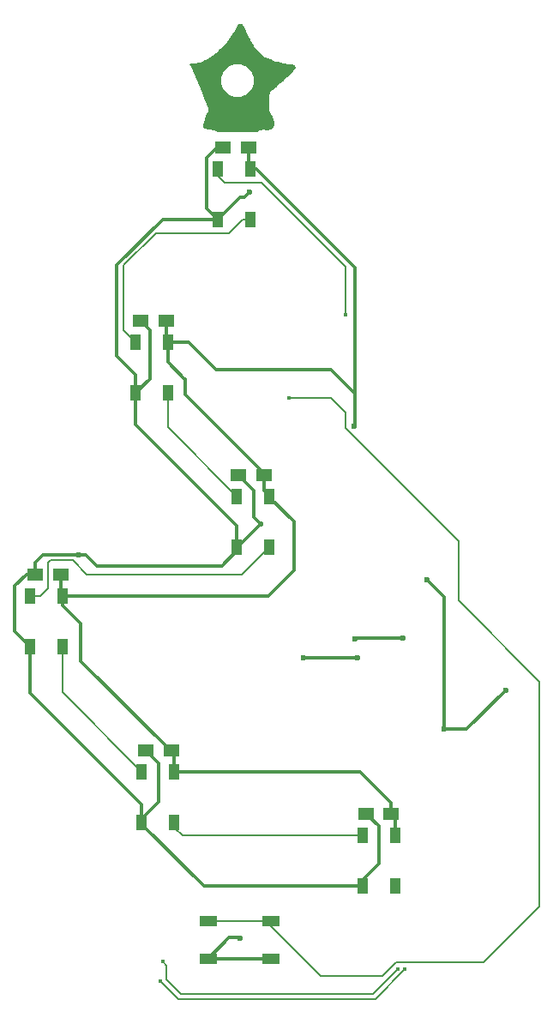
<source format=gbr>
G04 #@! TF.FileFunction,Copper,L1,Top,Signal*
%FSLAX46Y46*%
G04 Gerber Fmt 4.6, Leading zero omitted, Abs format (unit mm)*
G04 Created by KiCad (PCBNEW 4.0.6+dfsg1-1) date Mon Jun 11 19:18:17 2018*
%MOMM*%
%LPD*%
G01*
G04 APERTURE LIST*
%ADD10C,0.100000*%
%ADD11R,1.800000X1.100000*%
%ADD12R,1.000000X1.600000*%
%ADD13R,1.500000X1.250000*%
%ADD14C,0.600000*%
%ADD15C,0.400000*%
%ADD16C,0.300000*%
%ADD17C,0.150000*%
%ADD18C,0.250000*%
G04 APERTURE END LIST*
D10*
D11*
X165302000Y-126674000D03*
X171502000Y-126674000D03*
X165302000Y-130374000D03*
X171502000Y-130374000D03*
D12*
X169450500Y-52427500D03*
X166250500Y-52427500D03*
X169450500Y-57427500D03*
X166250500Y-57427500D03*
X161322500Y-69572500D03*
X158122500Y-69572500D03*
X161322500Y-74572500D03*
X158122500Y-74572500D03*
X171355500Y-84749000D03*
X168155500Y-84749000D03*
X171355500Y-89749000D03*
X168155500Y-89749000D03*
X150908500Y-94591500D03*
X147708500Y-94591500D03*
X150908500Y-99591500D03*
X147708500Y-99591500D03*
X161957500Y-111927000D03*
X158757500Y-111927000D03*
X161957500Y-116927000D03*
X158757500Y-116927000D03*
X183738000Y-118213500D03*
X180538000Y-118213500D03*
X183738000Y-123213500D03*
X180538000Y-123213500D03*
D13*
X166791000Y-50292000D03*
X169291000Y-50292000D03*
X158663000Y-67437000D03*
X161163000Y-67437000D03*
X168315000Y-82677000D03*
X170815000Y-82677000D03*
X148249000Y-92456000D03*
X150749000Y-92456000D03*
X159171000Y-109855000D03*
X161671000Y-109855000D03*
X180888000Y-116078000D03*
X183388000Y-116078000D03*
D14*
X174721200Y-100660200D03*
X180055200Y-100711000D03*
X184551000Y-98742500D03*
X179788500Y-98806000D03*
X168422000Y-128397000D03*
X194711000Y-103886000D03*
X188615000Y-107759500D03*
X186900500Y-92964000D03*
X152547000Y-90551000D03*
X170504800Y-87503000D03*
X169374500Y-54737000D03*
X179725000Y-77851000D03*
D15*
X184741500Y-131445000D03*
X160611500Y-132588000D03*
X160802000Y-130683000D03*
X184043000Y-131445000D03*
X173248000Y-75057000D03*
X178899500Y-66802000D03*
D16*
X180004400Y-100660200D02*
X174721200Y-100660200D01*
X180055200Y-100711000D02*
X180004400Y-100660200D01*
X179852000Y-98742500D02*
X184551000Y-98742500D01*
X179788500Y-98806000D02*
X179852000Y-98742500D01*
X167342500Y-128333500D02*
X168358500Y-128333500D01*
X165302000Y-130374000D02*
X167342500Y-128333500D01*
X168358500Y-128333500D02*
X168422000Y-128397000D01*
X188615000Y-107759500D02*
X190837500Y-107759500D01*
X190837500Y-107759500D02*
X194711000Y-103886000D01*
X171502000Y-130374000D02*
X165302000Y-130374000D01*
X188615000Y-94678500D02*
X188615000Y-107759500D01*
X186900500Y-92964000D02*
X188615000Y-94678500D01*
X166675750Y-91598750D02*
X154293250Y-91598750D01*
X154293250Y-91598750D02*
X153245500Y-90551000D01*
X153245500Y-90551000D02*
X152547000Y-90551000D01*
X148249000Y-91293000D02*
X148249000Y-92456000D01*
X152547000Y-90551000D02*
X148991000Y-90551000D01*
X148991000Y-90551000D02*
X148249000Y-91293000D01*
X148249000Y-92456000D02*
X147340000Y-92456000D01*
X147340000Y-92456000D02*
X146197000Y-93599000D01*
X146197000Y-93599000D02*
X146197000Y-98080000D01*
X146197000Y-98080000D02*
X147708500Y-99591500D01*
X180538000Y-123213500D02*
X180538000Y-122631000D01*
X180538000Y-122631000D02*
X182138000Y-121031000D01*
X182138000Y-117328000D02*
X180888000Y-116078000D01*
X182138000Y-121031000D02*
X182138000Y-117328000D01*
X158757500Y-116927000D02*
X158757500Y-116598500D01*
X158757500Y-116598500D02*
X160421000Y-114935000D01*
X160421000Y-111105000D02*
X159171000Y-109855000D01*
X160421000Y-114935000D02*
X160421000Y-111105000D01*
X168315000Y-82677000D02*
X168315000Y-82697000D01*
X168315000Y-82697000D02*
X169819000Y-84201000D01*
X169819000Y-84201000D02*
X169819000Y-86817200D01*
X169819000Y-86817200D02*
X170504800Y-87503000D01*
X158663000Y-67437000D02*
X158663000Y-67457000D01*
X158663000Y-67457000D02*
X159532000Y-68326000D01*
X159532000Y-68326000D02*
X159532000Y-73163000D01*
X159532000Y-73163000D02*
X158122500Y-74572500D01*
X166791000Y-50292000D02*
X166136000Y-50292000D01*
X166136000Y-50292000D02*
X165120000Y-51308000D01*
X165120000Y-51308000D02*
X165120000Y-56297000D01*
X165120000Y-56297000D02*
X166250500Y-57427500D01*
X168315000Y-82550000D02*
X168315000Y-82570000D01*
X158663000Y-67310000D02*
X158663000Y-67584000D01*
X168155500Y-89749000D02*
X168208000Y-89749000D01*
X168208000Y-89749000D02*
X170454000Y-87503000D01*
X170454000Y-87503000D02*
X170504800Y-87503000D01*
X166250500Y-57427500D02*
X160803900Y-57427500D01*
X156293500Y-70929500D02*
X158122500Y-72758500D01*
X158122500Y-72758500D02*
X158122500Y-74572500D01*
X156293500Y-61937900D02*
X156293500Y-70929500D01*
X160803900Y-57427500D02*
X156293500Y-61937900D01*
X168155500Y-89749000D02*
X168155500Y-90119000D01*
X168155500Y-90119000D02*
X166675750Y-91598750D01*
X166675750Y-91598750D02*
X166644000Y-91630500D01*
X158757500Y-116927000D02*
X158757500Y-117081500D01*
X158757500Y-117081500D02*
X164889500Y-123213500D01*
X164889500Y-123213500D02*
X180538000Y-123213500D01*
X147708500Y-99591500D02*
X147708500Y-104127500D01*
X158757500Y-115176500D02*
X158757500Y-116927000D01*
X147708500Y-104127500D02*
X158757500Y-115176500D01*
X168155500Y-89749000D02*
X168155500Y-89865000D01*
X158122500Y-74572500D02*
X158122500Y-77648000D01*
X158122500Y-77648000D02*
X168155500Y-87681000D01*
X168155500Y-87681000D02*
X168155500Y-89749000D01*
X168433000Y-55245000D02*
X166250500Y-57427500D01*
X168866500Y-55245000D02*
X168433000Y-55245000D01*
X169374500Y-54737000D02*
X168866500Y-55245000D01*
X150749000Y-92456000D02*
X150749000Y-94432000D01*
X150749000Y-94432000D02*
X150908500Y-94591500D01*
X161957500Y-111927000D02*
X180273000Y-111927000D01*
X183388000Y-115042000D02*
X183388000Y-116078000D01*
X180273000Y-111927000D02*
X183388000Y-115042000D01*
X183738000Y-118213500D02*
X183738000Y-116428000D01*
X183738000Y-116428000D02*
X183388000Y-116078000D01*
X161671000Y-109855000D02*
X161564000Y-109855000D01*
X161564000Y-109855000D02*
X152737500Y-101028500D01*
X152737500Y-101028500D02*
X152737500Y-97345500D01*
X161957500Y-111927000D02*
X161957500Y-110141500D01*
X161957500Y-110141500D02*
X161671000Y-109855000D01*
X170815000Y-82677000D02*
X170815000Y-82530000D01*
X170815000Y-82530000D02*
X163024500Y-74739500D01*
X162961000Y-73152000D02*
X163024500Y-73215500D01*
X161322500Y-71513500D02*
X162961000Y-73152000D01*
X161322500Y-69572500D02*
X161322500Y-71513500D01*
X163024500Y-74739500D02*
X163024500Y-73215500D01*
X170815000Y-82677000D02*
X170815000Y-84208500D01*
X170815000Y-84208500D02*
X171355500Y-84749000D01*
X161163000Y-67437000D02*
X161163000Y-69413000D01*
X161163000Y-69413000D02*
X161322500Y-69572500D01*
X169291000Y-50292000D02*
X169291000Y-52268000D01*
X169291000Y-52268000D02*
X169450500Y-52427500D01*
X170815000Y-82550000D02*
X170454000Y-82550000D01*
X171355500Y-83090500D02*
X170815000Y-82550000D01*
X161163000Y-69413000D02*
X161322500Y-69572500D01*
X169291000Y-52268000D02*
X169450500Y-52427500D01*
X161322500Y-69572500D02*
X163382000Y-69572500D01*
X177439000Y-72263000D02*
X179788500Y-74612500D01*
X166072500Y-72263000D02*
X177439000Y-72263000D01*
X163382000Y-69572500D02*
X166072500Y-72263000D01*
X179788500Y-77787500D02*
X179788500Y-74612500D01*
X179725000Y-77851000D02*
X179788500Y-77787500D01*
X170049500Y-52427500D02*
X169450500Y-52427500D01*
X179788500Y-62166500D02*
X170049500Y-52427500D01*
X179788500Y-74612500D02*
X179788500Y-62166500D01*
X150908500Y-94591500D02*
X150908500Y-95516500D01*
X150908500Y-95516500D02*
X152737500Y-97345500D01*
X171355500Y-84749000D02*
X171355500Y-84848500D01*
X171355500Y-84848500D02*
X173756000Y-87249000D01*
X173756000Y-87249000D02*
X173756000Y-92075000D01*
X173756000Y-92075000D02*
X171239500Y-94591500D01*
X171239500Y-94591500D02*
X150908500Y-94591500D01*
D17*
X181820500Y-134366000D02*
X162389500Y-134366000D01*
X184741500Y-131445000D02*
X181820500Y-134366000D01*
X160611500Y-132588000D02*
X162389500Y-134366000D01*
X183979500Y-131508500D02*
X184043000Y-131445000D01*
X162643500Y-133921500D02*
X161183000Y-132461000D01*
X161183000Y-132461000D02*
X161183000Y-131064000D01*
X161183000Y-131064000D02*
X160802000Y-130683000D01*
X162770500Y-133921500D02*
X181566500Y-133921500D01*
X181566500Y-133921500D02*
X183979500Y-131508500D01*
X162770500Y-133921500D02*
X162643500Y-133921500D01*
X171502000Y-127159000D02*
X176423000Y-132080000D01*
X190012000Y-95059500D02*
X190012000Y-89789000D01*
X198013000Y-103060500D02*
X190012000Y-95059500D01*
X198013000Y-125222000D02*
X198013000Y-103060500D01*
X192488500Y-130746500D02*
X198013000Y-125222000D01*
X183852500Y-130746500D02*
X192488500Y-130746500D01*
X182519000Y-132080000D02*
X183852500Y-130746500D01*
X176423000Y-132080000D02*
X182519000Y-132080000D01*
X190012000Y-89154000D02*
X190012000Y-89789000D01*
X178899500Y-78041500D02*
X190012000Y-89154000D01*
X178899500Y-76517500D02*
X178899500Y-78041500D01*
X177439000Y-75057000D02*
X178899500Y-76517500D01*
X173248000Y-75057000D02*
X177439000Y-75057000D01*
X171502000Y-126674000D02*
X171502000Y-127159000D01*
X165302000Y-126674000D02*
X171502000Y-126674000D01*
X170581000Y-53784500D02*
X178899500Y-62103000D01*
X166898000Y-53784500D02*
X170581000Y-53784500D01*
X166898000Y-53784500D02*
X166250500Y-53137000D01*
X178899500Y-62103000D02*
X178899500Y-66802000D01*
X166250500Y-52427500D02*
X166250500Y-53137000D01*
X169450500Y-57427500D02*
X168677900Y-57427500D01*
X156941200Y-68391200D02*
X158122500Y-69572500D01*
X156941200Y-61961954D02*
X156941200Y-68391200D01*
X160121877Y-58781277D02*
X156941200Y-61961954D01*
X167324123Y-58781277D02*
X160121877Y-58781277D01*
X168677900Y-57427500D02*
X167324123Y-58781277D01*
X161322500Y-74572500D02*
X161322500Y-77916000D01*
X161322500Y-77916000D02*
X168155500Y-84749000D01*
X161957500Y-116927000D02*
X161957500Y-117424000D01*
X161957500Y-117424000D02*
X162747000Y-118213500D01*
X162747000Y-118213500D02*
X180538000Y-118213500D01*
X150908500Y-99591500D02*
X150908500Y-104078000D01*
X150908500Y-104078000D02*
X158757500Y-111927000D01*
X147708500Y-94591500D02*
X148760500Y-94591500D01*
X168648500Y-92456000D02*
X171355500Y-89749000D01*
X153309000Y-92456000D02*
X168648500Y-92456000D01*
X151912000Y-91059000D02*
X153309000Y-92456000D01*
X149753000Y-91059000D02*
X151912000Y-91059000D01*
X149499000Y-91313000D02*
X149753000Y-91059000D01*
X149499000Y-93853000D02*
X149499000Y-91313000D01*
X148760500Y-94591500D02*
X149499000Y-93853000D01*
X171355500Y-89749000D02*
X171355500Y-89293500D01*
D18*
G36*
X168733089Y-38454269D02*
X168783971Y-38589854D01*
X168786438Y-38593829D01*
X168787295Y-38598428D01*
X168883215Y-38838128D01*
X168886148Y-38842634D01*
X168887264Y-38847891D01*
X168999297Y-39108850D01*
X169002825Y-39113986D01*
X169004294Y-39120042D01*
X169132035Y-39395402D01*
X169136347Y-39401308D01*
X169138311Y-39408352D01*
X169281352Y-39691192D01*
X169286688Y-39698003D01*
X169289345Y-39706242D01*
X169447276Y-39989702D01*
X169453996Y-39997605D01*
X169457650Y-40007311D01*
X169630064Y-40284521D01*
X169638682Y-40293721D01*
X169643806Y-40305239D01*
X169830295Y-40569288D01*
X169841537Y-40579963D01*
X169848843Y-40593640D01*
X170048997Y-40837660D01*
X170063919Y-40849912D01*
X170074508Y-40866059D01*
X170287921Y-41083169D01*
X170307970Y-41096816D01*
X170323473Y-41115465D01*
X170549734Y-41298775D01*
X170576684Y-41312962D01*
X170599277Y-41333383D01*
X170837981Y-41476013D01*
X170859482Y-41483673D01*
X170877944Y-41497094D01*
X171124061Y-41610634D01*
X171133311Y-41612857D01*
X171141246Y-41618107D01*
X171388458Y-41719187D01*
X171396908Y-41720828D01*
X171404270Y-41725287D01*
X171650237Y-41814587D01*
X171657877Y-41815757D01*
X171664626Y-41819521D01*
X171907005Y-41897821D01*
X171914048Y-41898642D01*
X171920347Y-41901890D01*
X172156793Y-41969790D01*
X172163141Y-41970320D01*
X172168889Y-41973072D01*
X172397064Y-42031372D01*
X172402864Y-42031684D01*
X172408167Y-42034050D01*
X172625727Y-42083450D01*
X172631035Y-42083593D01*
X172635937Y-42085637D01*
X172840539Y-42126837D01*
X172845410Y-42126848D01*
X172849948Y-42128622D01*
X173039252Y-42162322D01*
X173043736Y-42162232D01*
X173047944Y-42163776D01*
X173219606Y-42190676D01*
X173223606Y-42190512D01*
X173227389Y-42191822D01*
X173379068Y-42212722D01*
X173383046Y-42212485D01*
X173386837Y-42213720D01*
X173516189Y-42229120D01*
X173519576Y-42228856D01*
X173522819Y-42229856D01*
X173627504Y-42240656D01*
X173633033Y-42240137D01*
X173638384Y-42241638D01*
X173666362Y-42243799D01*
X173686039Y-42259169D01*
X173721929Y-42289372D01*
X173757777Y-42322238D01*
X173774986Y-42339733D01*
X173545194Y-42707400D01*
X173450260Y-42799933D01*
X173252411Y-42986773D01*
X173035620Y-43187060D01*
X172806906Y-43394944D01*
X172573529Y-43604461D01*
X172341992Y-43810289D01*
X172119629Y-44006396D01*
X171912541Y-44187811D01*
X171728545Y-44348112D01*
X171573355Y-44482689D01*
X171454439Y-44585423D01*
X171378425Y-44650833D01*
X171351524Y-44673889D01*
X171342473Y-44685411D01*
X171330226Y-44693439D01*
X171291549Y-44750234D01*
X171249085Y-44804290D01*
X171245133Y-44818396D01*
X171236888Y-44830503D01*
X171222887Y-44897792D01*
X171204345Y-44963968D01*
X171206091Y-44978510D01*
X171203107Y-44992852D01*
X171202189Y-45097232D01*
X171202189Y-45097236D01*
X171201272Y-45201613D01*
X171200354Y-45305998D01*
X171199435Y-45410378D01*
X171199435Y-45410382D01*
X171198517Y-45514762D01*
X171198517Y-45514763D01*
X171197599Y-45619152D01*
X171195763Y-45827912D01*
X171195763Y-45827913D01*
X171194845Y-45932302D01*
X171193927Y-46036682D01*
X171193009Y-46141059D01*
X171192090Y-46245449D01*
X171192090Y-46245452D01*
X171191172Y-46349832D01*
X171191172Y-46349837D01*
X171190255Y-46454222D01*
X171188419Y-46662982D01*
X171193380Y-46689124D01*
X171191228Y-46715645D01*
X171208711Y-46769901D01*
X171219339Y-46825901D01*
X171233926Y-46848152D01*
X171242087Y-46873480D01*
X171311315Y-46997804D01*
X171461370Y-47294475D01*
X171601469Y-47635000D01*
X171629755Y-47770463D01*
X171648376Y-48040461D01*
X171645822Y-48062132D01*
X171639831Y-48099065D01*
X171633011Y-48131253D01*
X171625491Y-48159433D01*
X171617370Y-48184309D01*
X171608679Y-48206503D01*
X171599180Y-48227089D01*
X171588632Y-48246819D01*
X171576799Y-48266164D01*
X171562802Y-48286391D01*
X171546382Y-48307751D01*
X171527263Y-48330266D01*
X171514466Y-48344112D01*
X171506732Y-48350893D01*
X171503462Y-48352957D01*
X171489081Y-48359567D01*
X171462311Y-48368674D01*
X171423448Y-48378594D01*
X171373647Y-48388631D01*
X171315164Y-48398672D01*
X171268071Y-48406333D01*
X171142253Y-48416874D01*
X170980324Y-48416005D01*
X170791216Y-48410172D01*
X170785790Y-48411078D01*
X170780399Y-48409976D01*
X170594448Y-48408976D01*
X170574689Y-48412796D01*
X170554683Y-48410626D01*
X170475614Y-48417626D01*
X170429555Y-48431102D01*
X170381891Y-48436728D01*
X170319961Y-48456828D01*
X170262314Y-48489087D01*
X170202260Y-48516581D01*
X170156310Y-48549781D01*
X170103905Y-48606174D01*
X170049904Y-48661072D01*
X170045094Y-48668400D01*
X166240033Y-48668400D01*
X166214062Y-48638554D01*
X166175429Y-48585798D01*
X166159995Y-48576420D01*
X166148140Y-48562796D01*
X166089609Y-48533651D01*
X166033714Y-48499687D01*
X165865332Y-48438288D01*
X165820131Y-48431303D01*
X165776877Y-48416429D01*
X165539556Y-48384229D01*
X165530153Y-48384808D01*
X165521118Y-48382136D01*
X165261285Y-48358376D01*
X165038091Y-48325809D01*
X164915315Y-48286004D01*
X164911031Y-48282474D01*
X164902461Y-48255970D01*
X164907488Y-48082540D01*
X164961074Y-47816617D01*
X165051636Y-47518456D01*
X165158719Y-47230067D01*
X165260840Y-46986478D01*
X165336585Y-46819874D01*
X165366055Y-46758552D01*
X165367037Y-46754732D01*
X165369347Y-46751538D01*
X165372169Y-46739670D01*
X165377034Y-46732221D01*
X165388507Y-46671220D01*
X165407345Y-46597948D01*
X165406791Y-46594044D01*
X165407703Y-46590207D01*
X165405880Y-46578856D01*
X165407686Y-46569252D01*
X165394020Y-46504110D01*
X165384031Y-46433768D01*
X165383131Y-46432245D01*
X165382996Y-46431291D01*
X165381596Y-46427291D01*
X165381507Y-46427140D01*
X165381401Y-46426480D01*
X165381115Y-46425711D01*
X165379181Y-46422571D01*
X165379146Y-46422293D01*
X165376146Y-46413293D01*
X165375484Y-46412132D01*
X165375059Y-46409849D01*
X165373059Y-46404849D01*
X165372983Y-46404732D01*
X165372833Y-46403734D01*
X165369233Y-46393734D01*
X165368310Y-46392201D01*
X165368029Y-46390432D01*
X165363929Y-46379332D01*
X165313618Y-46242985D01*
X165313363Y-46242568D01*
X165313285Y-46242086D01*
X165234385Y-46029736D01*
X165234089Y-46029256D01*
X165233998Y-46028698D01*
X165130685Y-45752848D01*
X165130338Y-45752288D01*
X165130230Y-45751639D01*
X165006633Y-45424659D01*
X165006220Y-45423997D01*
X165006089Y-45423227D01*
X164866332Y-45057487D01*
X164865831Y-45056691D01*
X164865670Y-45055767D01*
X164713881Y-44663647D01*
X164713266Y-44662679D01*
X164713063Y-44661551D01*
X164553367Y-44255401D01*
X164552588Y-44254189D01*
X164552324Y-44252776D01*
X164462863Y-44029618D01*
X166422701Y-44029618D01*
X166684763Y-44663858D01*
X167169590Y-45149531D01*
X167803371Y-45412700D01*
X168489618Y-45413299D01*
X169123858Y-45151237D01*
X169609531Y-44666410D01*
X169872700Y-44032629D01*
X169873299Y-43346382D01*
X169611237Y-42712142D01*
X169126410Y-42226469D01*
X168492629Y-41963300D01*
X167806382Y-41962701D01*
X167172142Y-42224763D01*
X166686469Y-42709590D01*
X166423300Y-43343371D01*
X166422701Y-44029618D01*
X164462863Y-44029618D01*
X164388845Y-43844986D01*
X164387833Y-43843433D01*
X164387477Y-43841616D01*
X164224343Y-43444556D01*
X164222975Y-43442496D01*
X164222472Y-43440076D01*
X164063806Y-43066106D01*
X164061854Y-43063238D01*
X164061094Y-43059855D01*
X163911024Y-42721344D01*
X163908017Y-42717075D01*
X163906751Y-42712012D01*
X163769675Y-42421929D01*
X163703237Y-42280127D01*
X163686593Y-42257513D01*
X163676362Y-42231362D01*
X163580962Y-42082281D01*
X163574108Y-42075150D01*
X163574929Y-42075078D01*
X163685649Y-42074296D01*
X163829173Y-42082515D01*
X163840689Y-42080902D01*
X163852086Y-42083208D01*
X164023655Y-42083768D01*
X164054148Y-42077806D01*
X164085171Y-42079495D01*
X164268494Y-42053295D01*
X164291626Y-42045156D01*
X164316106Y-42043687D01*
X164509184Y-41993087D01*
X164527024Y-41984411D01*
X164546630Y-41981402D01*
X164747465Y-41908402D01*
X164761219Y-41900064D01*
X164776889Y-41896444D01*
X164983484Y-41803344D01*
X164994404Y-41795552D01*
X165007259Y-41791726D01*
X165217613Y-41680696D01*
X165226487Y-41673490D01*
X165237255Y-41669653D01*
X165449372Y-41542883D01*
X165456770Y-41536195D01*
X165465999Y-41532417D01*
X165677878Y-41392107D01*
X165684208Y-41385829D01*
X165692315Y-41382112D01*
X165901961Y-41230461D01*
X165907532Y-41224459D01*
X165914842Y-41220766D01*
X166120254Y-41059966D01*
X166125287Y-41054114D01*
X166132046Y-41050390D01*
X166331227Y-40882650D01*
X166335918Y-40876784D01*
X166342368Y-40872932D01*
X166533318Y-40700421D01*
X166537804Y-40694393D01*
X166544119Y-40690317D01*
X166724842Y-40515247D01*
X166729267Y-40508846D01*
X166735650Y-40504393D01*
X166904147Y-40328962D01*
X166908650Y-40321920D01*
X166915316Y-40316874D01*
X167069587Y-40143274D01*
X167074305Y-40135225D01*
X167081492Y-40129279D01*
X167219539Y-39959710D01*
X167223234Y-39952732D01*
X167229130Y-39947479D01*
X167355596Y-39779978D01*
X167357788Y-39775444D01*
X167361471Y-39772006D01*
X167482115Y-39604226D01*
X167484008Y-39600065D01*
X167487283Y-39596876D01*
X167601780Y-39430326D01*
X167603419Y-39426512D01*
X167606336Y-39423560D01*
X167714366Y-39259770D01*
X167715789Y-39256275D01*
X167718395Y-39253544D01*
X167819634Y-39094064D01*
X167820883Y-39090837D01*
X167823232Y-39088295D01*
X167917361Y-38934636D01*
X167918459Y-38931657D01*
X167920579Y-38929295D01*
X168007269Y-38783005D01*
X168008241Y-38780245D01*
X168010167Y-38778039D01*
X168089097Y-38640639D01*
X168089958Y-38638085D01*
X168091705Y-38636033D01*
X168162555Y-38509063D01*
X168163322Y-38506691D01*
X168164916Y-38504774D01*
X168227366Y-38389764D01*
X168228048Y-38387567D01*
X168229501Y-38385782D01*
X168283231Y-38284272D01*
X168283847Y-38282210D01*
X168285189Y-38280528D01*
X168300979Y-38249965D01*
X168337663Y-38248695D01*
X168575751Y-38240451D01*
X168733089Y-38454269D01*
X168733089Y-38454269D01*
G37*
X168733089Y-38454269D02*
X168783971Y-38589854D01*
X168786438Y-38593829D01*
X168787295Y-38598428D01*
X168883215Y-38838128D01*
X168886148Y-38842634D01*
X168887264Y-38847891D01*
X168999297Y-39108850D01*
X169002825Y-39113986D01*
X169004294Y-39120042D01*
X169132035Y-39395402D01*
X169136347Y-39401308D01*
X169138311Y-39408352D01*
X169281352Y-39691192D01*
X169286688Y-39698003D01*
X169289345Y-39706242D01*
X169447276Y-39989702D01*
X169453996Y-39997605D01*
X169457650Y-40007311D01*
X169630064Y-40284521D01*
X169638682Y-40293721D01*
X169643806Y-40305239D01*
X169830295Y-40569288D01*
X169841537Y-40579963D01*
X169848843Y-40593640D01*
X170048997Y-40837660D01*
X170063919Y-40849912D01*
X170074508Y-40866059D01*
X170287921Y-41083169D01*
X170307970Y-41096816D01*
X170323473Y-41115465D01*
X170549734Y-41298775D01*
X170576684Y-41312962D01*
X170599277Y-41333383D01*
X170837981Y-41476013D01*
X170859482Y-41483673D01*
X170877944Y-41497094D01*
X171124061Y-41610634D01*
X171133311Y-41612857D01*
X171141246Y-41618107D01*
X171388458Y-41719187D01*
X171396908Y-41720828D01*
X171404270Y-41725287D01*
X171650237Y-41814587D01*
X171657877Y-41815757D01*
X171664626Y-41819521D01*
X171907005Y-41897821D01*
X171914048Y-41898642D01*
X171920347Y-41901890D01*
X172156793Y-41969790D01*
X172163141Y-41970320D01*
X172168889Y-41973072D01*
X172397064Y-42031372D01*
X172402864Y-42031684D01*
X172408167Y-42034050D01*
X172625727Y-42083450D01*
X172631035Y-42083593D01*
X172635937Y-42085637D01*
X172840539Y-42126837D01*
X172845410Y-42126848D01*
X172849948Y-42128622D01*
X173039252Y-42162322D01*
X173043736Y-42162232D01*
X173047944Y-42163776D01*
X173219606Y-42190676D01*
X173223606Y-42190512D01*
X173227389Y-42191822D01*
X173379068Y-42212722D01*
X173383046Y-42212485D01*
X173386837Y-42213720D01*
X173516189Y-42229120D01*
X173519576Y-42228856D01*
X173522819Y-42229856D01*
X173627504Y-42240656D01*
X173633033Y-42240137D01*
X173638384Y-42241638D01*
X173666362Y-42243799D01*
X173686039Y-42259169D01*
X173721929Y-42289372D01*
X173757777Y-42322238D01*
X173774986Y-42339733D01*
X173545194Y-42707400D01*
X173450260Y-42799933D01*
X173252411Y-42986773D01*
X173035620Y-43187060D01*
X172806906Y-43394944D01*
X172573529Y-43604461D01*
X172341992Y-43810289D01*
X172119629Y-44006396D01*
X171912541Y-44187811D01*
X171728545Y-44348112D01*
X171573355Y-44482689D01*
X171454439Y-44585423D01*
X171378425Y-44650833D01*
X171351524Y-44673889D01*
X171342473Y-44685411D01*
X171330226Y-44693439D01*
X171291549Y-44750234D01*
X171249085Y-44804290D01*
X171245133Y-44818396D01*
X171236888Y-44830503D01*
X171222887Y-44897792D01*
X171204345Y-44963968D01*
X171206091Y-44978510D01*
X171203107Y-44992852D01*
X171202189Y-45097232D01*
X171202189Y-45097236D01*
X171201272Y-45201613D01*
X171200354Y-45305998D01*
X171199435Y-45410378D01*
X171199435Y-45410382D01*
X171198517Y-45514762D01*
X171198517Y-45514763D01*
X171197599Y-45619152D01*
X171195763Y-45827912D01*
X171195763Y-45827913D01*
X171194845Y-45932302D01*
X171193927Y-46036682D01*
X171193009Y-46141059D01*
X171192090Y-46245449D01*
X171192090Y-46245452D01*
X171191172Y-46349832D01*
X171191172Y-46349837D01*
X171190255Y-46454222D01*
X171188419Y-46662982D01*
X171193380Y-46689124D01*
X171191228Y-46715645D01*
X171208711Y-46769901D01*
X171219339Y-46825901D01*
X171233926Y-46848152D01*
X171242087Y-46873480D01*
X171311315Y-46997804D01*
X171461370Y-47294475D01*
X171601469Y-47635000D01*
X171629755Y-47770463D01*
X171648376Y-48040461D01*
X171645822Y-48062132D01*
X171639831Y-48099065D01*
X171633011Y-48131253D01*
X171625491Y-48159433D01*
X171617370Y-48184309D01*
X171608679Y-48206503D01*
X171599180Y-48227089D01*
X171588632Y-48246819D01*
X171576799Y-48266164D01*
X171562802Y-48286391D01*
X171546382Y-48307751D01*
X171527263Y-48330266D01*
X171514466Y-48344112D01*
X171506732Y-48350893D01*
X171503462Y-48352957D01*
X171489081Y-48359567D01*
X171462311Y-48368674D01*
X171423448Y-48378594D01*
X171373647Y-48388631D01*
X171315164Y-48398672D01*
X171268071Y-48406333D01*
X171142253Y-48416874D01*
X170980324Y-48416005D01*
X170791216Y-48410172D01*
X170785790Y-48411078D01*
X170780399Y-48409976D01*
X170594448Y-48408976D01*
X170574689Y-48412796D01*
X170554683Y-48410626D01*
X170475614Y-48417626D01*
X170429555Y-48431102D01*
X170381891Y-48436728D01*
X170319961Y-48456828D01*
X170262314Y-48489087D01*
X170202260Y-48516581D01*
X170156310Y-48549781D01*
X170103905Y-48606174D01*
X170049904Y-48661072D01*
X170045094Y-48668400D01*
X166240033Y-48668400D01*
X166214062Y-48638554D01*
X166175429Y-48585798D01*
X166159995Y-48576420D01*
X166148140Y-48562796D01*
X166089609Y-48533651D01*
X166033714Y-48499687D01*
X165865332Y-48438288D01*
X165820131Y-48431303D01*
X165776877Y-48416429D01*
X165539556Y-48384229D01*
X165530153Y-48384808D01*
X165521118Y-48382136D01*
X165261285Y-48358376D01*
X165038091Y-48325809D01*
X164915315Y-48286004D01*
X164911031Y-48282474D01*
X164902461Y-48255970D01*
X164907488Y-48082540D01*
X164961074Y-47816617D01*
X165051636Y-47518456D01*
X165158719Y-47230067D01*
X165260840Y-46986478D01*
X165336585Y-46819874D01*
X165366055Y-46758552D01*
X165367037Y-46754732D01*
X165369347Y-46751538D01*
X165372169Y-46739670D01*
X165377034Y-46732221D01*
X165388507Y-46671220D01*
X165407345Y-46597948D01*
X165406791Y-46594044D01*
X165407703Y-46590207D01*
X165405880Y-46578856D01*
X165407686Y-46569252D01*
X165394020Y-46504110D01*
X165384031Y-46433768D01*
X165383131Y-46432245D01*
X165382996Y-46431291D01*
X165381596Y-46427291D01*
X165381507Y-46427140D01*
X165381401Y-46426480D01*
X165381115Y-46425711D01*
X165379181Y-46422571D01*
X165379146Y-46422293D01*
X165376146Y-46413293D01*
X165375484Y-46412132D01*
X165375059Y-46409849D01*
X165373059Y-46404849D01*
X165372983Y-46404732D01*
X165372833Y-46403734D01*
X165369233Y-46393734D01*
X165368310Y-46392201D01*
X165368029Y-46390432D01*
X165363929Y-46379332D01*
X165313618Y-46242985D01*
X165313363Y-46242568D01*
X165313285Y-46242086D01*
X165234385Y-46029736D01*
X165234089Y-46029256D01*
X165233998Y-46028698D01*
X165130685Y-45752848D01*
X165130338Y-45752288D01*
X165130230Y-45751639D01*
X165006633Y-45424659D01*
X165006220Y-45423997D01*
X165006089Y-45423227D01*
X164866332Y-45057487D01*
X164865831Y-45056691D01*
X164865670Y-45055767D01*
X164713881Y-44663647D01*
X164713266Y-44662679D01*
X164713063Y-44661551D01*
X164553367Y-44255401D01*
X164552588Y-44254189D01*
X164552324Y-44252776D01*
X164462863Y-44029618D01*
X166422701Y-44029618D01*
X166684763Y-44663858D01*
X167169590Y-45149531D01*
X167803371Y-45412700D01*
X168489618Y-45413299D01*
X169123858Y-45151237D01*
X169609531Y-44666410D01*
X169872700Y-44032629D01*
X169873299Y-43346382D01*
X169611237Y-42712142D01*
X169126410Y-42226469D01*
X168492629Y-41963300D01*
X167806382Y-41962701D01*
X167172142Y-42224763D01*
X166686469Y-42709590D01*
X166423300Y-43343371D01*
X166422701Y-44029618D01*
X164462863Y-44029618D01*
X164388845Y-43844986D01*
X164387833Y-43843433D01*
X164387477Y-43841616D01*
X164224343Y-43444556D01*
X164222975Y-43442496D01*
X164222472Y-43440076D01*
X164063806Y-43066106D01*
X164061854Y-43063238D01*
X164061094Y-43059855D01*
X163911024Y-42721344D01*
X163908017Y-42717075D01*
X163906751Y-42712012D01*
X163769675Y-42421929D01*
X163703237Y-42280127D01*
X163686593Y-42257513D01*
X163676362Y-42231362D01*
X163580962Y-42082281D01*
X163574108Y-42075150D01*
X163574929Y-42075078D01*
X163685649Y-42074296D01*
X163829173Y-42082515D01*
X163840689Y-42080902D01*
X163852086Y-42083208D01*
X164023655Y-42083768D01*
X164054148Y-42077806D01*
X164085171Y-42079495D01*
X164268494Y-42053295D01*
X164291626Y-42045156D01*
X164316106Y-42043687D01*
X164509184Y-41993087D01*
X164527024Y-41984411D01*
X164546630Y-41981402D01*
X164747465Y-41908402D01*
X164761219Y-41900064D01*
X164776889Y-41896444D01*
X164983484Y-41803344D01*
X164994404Y-41795552D01*
X165007259Y-41791726D01*
X165217613Y-41680696D01*
X165226487Y-41673490D01*
X165237255Y-41669653D01*
X165449372Y-41542883D01*
X165456770Y-41536195D01*
X165465999Y-41532417D01*
X165677878Y-41392107D01*
X165684208Y-41385829D01*
X165692315Y-41382112D01*
X165901961Y-41230461D01*
X165907532Y-41224459D01*
X165914842Y-41220766D01*
X166120254Y-41059966D01*
X166125287Y-41054114D01*
X166132046Y-41050390D01*
X166331227Y-40882650D01*
X166335918Y-40876784D01*
X166342368Y-40872932D01*
X166533318Y-40700421D01*
X166537804Y-40694393D01*
X166544119Y-40690317D01*
X166724842Y-40515247D01*
X166729267Y-40508846D01*
X166735650Y-40504393D01*
X166904147Y-40328962D01*
X166908650Y-40321920D01*
X166915316Y-40316874D01*
X167069587Y-40143274D01*
X167074305Y-40135225D01*
X167081492Y-40129279D01*
X167219539Y-39959710D01*
X167223234Y-39952732D01*
X167229130Y-39947479D01*
X167355596Y-39779978D01*
X167357788Y-39775444D01*
X167361471Y-39772006D01*
X167482115Y-39604226D01*
X167484008Y-39600065D01*
X167487283Y-39596876D01*
X167601780Y-39430326D01*
X167603419Y-39426512D01*
X167606336Y-39423560D01*
X167714366Y-39259770D01*
X167715789Y-39256275D01*
X167718395Y-39253544D01*
X167819634Y-39094064D01*
X167820883Y-39090837D01*
X167823232Y-39088295D01*
X167917361Y-38934636D01*
X167918459Y-38931657D01*
X167920579Y-38929295D01*
X168007269Y-38783005D01*
X168008241Y-38780245D01*
X168010167Y-38778039D01*
X168089097Y-38640639D01*
X168089958Y-38638085D01*
X168091705Y-38636033D01*
X168162555Y-38509063D01*
X168163322Y-38506691D01*
X168164916Y-38504774D01*
X168227366Y-38389764D01*
X168228048Y-38387567D01*
X168229501Y-38385782D01*
X168283231Y-38284272D01*
X168283847Y-38282210D01*
X168285189Y-38280528D01*
X168300979Y-38249965D01*
X168337663Y-38248695D01*
X168575751Y-38240451D01*
X168733089Y-38454269D01*
M02*

</source>
